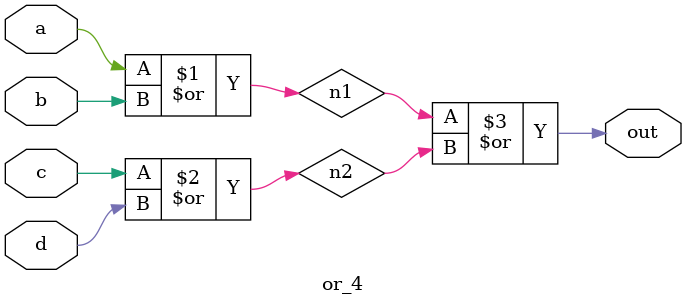
<source format=v>
module or_4 (out, a, b, c, d);

    input a, b, c, d;
    output out;

    wire n1, n2, n3, n4, n5;
    
    or or1 (n1, a, b);
    or or2 (n2, c, d);
    or or3 (out, n1, n2);

endmodule
</source>
